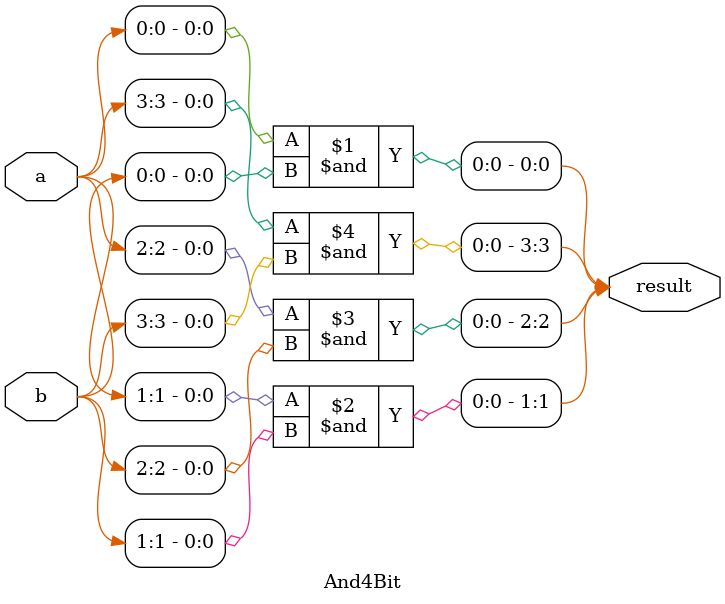
<source format=v>
module And4Bit(output[3:0] result,
					input[3:0] a, 
					input[3:0] b);

	and and1(result[0], a[0], b[0]);
	and and2(result[1], a[1], b[1]);
	and and3(result[2], a[2], b[2]);
	and and4(result[3], a[3], b[3]);

endmodule 
</source>
